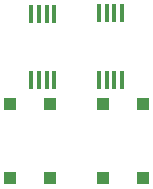
<source format=gbp>
G04 ---------------------------- Layer name :BOTTOM PASTER LAYER*
G04 EasyEDA v5.3.2, Thu, 15 Mar 2018 12:19:24 GMT*
G04 Gerber Generator version 0.2*
G04 Scale: 100 percent, Rotated: No, Reflected: No *
G04 Dimensions in millimeters *
G04 leading zeros omitted , absolute positions ,3 integer and 3 decimal *
%FSLAX33Y33*%
%MOMM*%
G90*
G71D02*

%ADD70R,0.350012X1.499997*%
%ADD71R,1.099998X1.099998*%

%LPD*%
G54D70*
G01X3648Y22470D03*
G01X5609Y22470D03*
G01X4969Y22470D03*
G01X4329Y22470D03*
G01X3648Y16845D03*
G01X5609Y16845D03*
G01X4969Y16845D03*
G01X4328Y16845D03*
G01X9360Y22483D03*
G01X11320Y22483D03*
G01X10680Y22483D03*
G01X10040Y22483D03*
G01X9360Y16858D03*
G01X11320Y16858D03*
G01X10680Y16858D03*
G01X10040Y16858D03*
G54D71*
G01X13112Y14843D03*
G01X9711Y14843D03*
G01X13109Y8547D03*
G01X9711Y8547D03*
G01X5279Y14843D03*
G01X1880Y14843D03*
G01X5276Y8547D03*
G01X1878Y8547D03*
M00*
M02*

</source>
